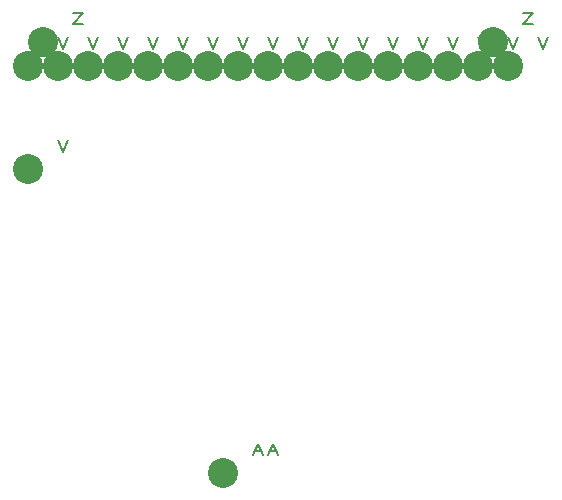
<source format=gbr>
G04 DesignSpark PCB Gerber Version 10.0 Build 5299*
%FSLAX35Y35*%
%MOIN*%
%ADD10C,0.00500*%
%ADD83C,0.10000*%
X0Y0D02*
D02*
D10*
X73100Y290258D02*
X74663Y286508D01*
X76225Y290258D01*
X73100Y324622D02*
X74663Y320872D01*
X76225Y324622D01*
X78100Y332787D02*
X81225D01*
X78100Y329037D01*
X81225D01*
X83100Y324622D02*
X84663Y320872D01*
X86225Y324622D01*
X93100D02*
X94663Y320872D01*
X96225Y324622D01*
X103100D02*
X104663Y320872D01*
X106225Y324622D01*
X113100D02*
X114663Y320872D01*
X116225Y324622D01*
X123100D02*
X124663Y320872D01*
X126225Y324622D01*
X133100D02*
X134663Y320872D01*
X136225Y324622D01*
X138092Y185290D02*
X139655Y189040D01*
X141217Y185290D01*
X138717Y186853D02*
X140592D01*
X143092Y185290D02*
X144655Y189040D01*
X146217Y185290D01*
X143717Y186853D02*
X145592D01*
X143100Y324622D02*
X144663Y320872D01*
X146225Y324622D01*
X153100D02*
X154663Y320872D01*
X156225Y324622D01*
X163100D02*
X164663Y320872D01*
X166225Y324622D01*
X173100D02*
X174663Y320872D01*
X176225Y324622D01*
X183100D02*
X184663Y320872D01*
X186225Y324622D01*
X193100D02*
X194663Y320872D01*
X196225Y324622D01*
X203100D02*
X204663Y320872D01*
X206225Y324622D01*
X213100D02*
X214663Y320872D01*
X216225Y324622D01*
X223100D02*
X224663Y320872D01*
X226225Y324622D01*
X228100Y332787D02*
X231225D01*
X228100Y329037D01*
X231225D01*
X233100Y324622D02*
X234663Y320872D01*
X236225Y324622D01*
D02*
D83*
X63100Y280571D03*
Y314935D03*
X68100Y323100D03*
X73100Y314935D03*
X83100D03*
X93100D03*
X103100D03*
X113100D03*
X123100D03*
X128092Y179353D03*
X133100Y314935D03*
X143100D03*
X153100D03*
X163100D03*
X173100D03*
X183100D03*
X193100D03*
X203100D03*
X213100D03*
X218100Y323100D03*
X223100Y314935D03*
X0Y0D02*
M02*

</source>
